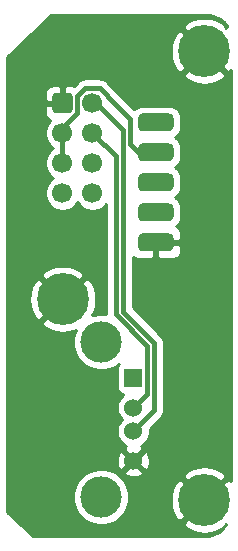
<source format=gbl>
%TF.GenerationSoftware,KiCad,Pcbnew,(5.1.8)-1*%
%TF.CreationDate,2021-04-24T14:29:12+03:00*%
%TF.ProjectId,lcd_pcb,6c63645f-7063-4622-9e6b-696361645f70,rev?*%
%TF.SameCoordinates,Original*%
%TF.FileFunction,Copper,L2,Bot*%
%TF.FilePolarity,Positive*%
%FSLAX46Y46*%
G04 Gerber Fmt 4.6, Leading zero omitted, Abs format (unit mm)*
G04 Created by KiCad (PCBNEW (5.1.8)-1) date 2021-04-24 14:29:12*
%MOMM*%
%LPD*%
G01*
G04 APERTURE LIST*
%TA.AperFunction,ComponentPad*%
%ADD10C,1.700000*%
%TD*%
%TA.AperFunction,ComponentPad*%
%ADD11C,0.700000*%
%TD*%
%TA.AperFunction,ComponentPad*%
%ADD12C,4.400000*%
%TD*%
%TA.AperFunction,ComponentPad*%
%ADD13C,3.500000*%
%TD*%
%TA.AperFunction,ComponentPad*%
%ADD14R,1.524000X1.524000*%
%TD*%
%TA.AperFunction,ComponentPad*%
%ADD15C,1.524000*%
%TD*%
%TA.AperFunction,ViaPad*%
%ADD16C,0.800000*%
%TD*%
%TA.AperFunction,Conductor*%
%ADD17C,0.400000*%
%TD*%
%TA.AperFunction,Conductor*%
%ADD18C,0.254000*%
%TD*%
%TA.AperFunction,Conductor*%
%ADD19C,0.100000*%
%TD*%
G04 APERTURE END LIST*
%TO.P,J4,1*%
%TO.N,GND*%
%TA.AperFunction,ComponentPad*%
G36*
G01*
X20446000Y-24698000D02*
X20446000Y-23498000D01*
G75*
G02*
X20696000Y-23248000I250000J0D01*
G01*
X21896000Y-23248000D01*
G75*
G02*
X22146000Y-23498000I0J-250000D01*
G01*
X22146000Y-24698000D01*
G75*
G02*
X21896000Y-24948000I-250000J0D01*
G01*
X20696000Y-24948000D01*
G75*
G02*
X20446000Y-24698000I0J250000D01*
G01*
G37*
%TD.AperFunction*%
D10*
%TO.P,J4,3*%
%TO.N,Net-(J1-Pad1)*%
X21296000Y-26638000D03*
%TO.P,J4,5*%
X21296000Y-29178000D03*
%TO.P,J4,7*%
%TO.N,/Res*%
X21296000Y-31718000D03*
%TO.P,J4,2*%
%TO.N,/DP*%
X23836000Y-24098000D03*
%TO.P,J4,4*%
%TO.N,/DM*%
X23836000Y-26638000D03*
%TO.P,J4,6*%
%TO.N,/RX*%
X23836000Y-29178000D03*
%TO.P,J4,8*%
%TO.N,/TX*%
X23836000Y-31718000D03*
%TD*%
%TO.P,J3,5*%
%TO.N,GND*%
%TA.AperFunction,ComponentPad*%
G36*
G01*
X27700000Y-36281000D02*
X27700000Y-35519000D01*
G75*
G02*
X28081000Y-35138000I381000J0D01*
G01*
X30319000Y-35138000D01*
G75*
G02*
X30700000Y-35519000I0J-381000D01*
G01*
X30700000Y-36281000D01*
G75*
G02*
X30319000Y-36662000I-381000J0D01*
G01*
X28081000Y-36662000D01*
G75*
G02*
X27700000Y-36281000I0J381000D01*
G01*
G37*
%TD.AperFunction*%
%TO.P,J3,4*%
%TO.N,/RX*%
%TA.AperFunction,ComponentPad*%
G36*
G01*
X27700000Y-33741000D02*
X27700000Y-32979000D01*
G75*
G02*
X28081000Y-32598000I381000J0D01*
G01*
X30319000Y-32598000D01*
G75*
G02*
X30700000Y-32979000I0J-381000D01*
G01*
X30700000Y-33741000D01*
G75*
G02*
X30319000Y-34122000I-381000J0D01*
G01*
X28081000Y-34122000D01*
G75*
G02*
X27700000Y-33741000I0J381000D01*
G01*
G37*
%TD.AperFunction*%
%TO.P,J3,3*%
%TO.N,/TX*%
%TA.AperFunction,ComponentPad*%
G36*
G01*
X27700000Y-31201000D02*
X27700000Y-30439000D01*
G75*
G02*
X28081000Y-30058000I381000J0D01*
G01*
X30319000Y-30058000D01*
G75*
G02*
X30700000Y-30439000I0J-381000D01*
G01*
X30700000Y-31201000D01*
G75*
G02*
X30319000Y-31582000I-381000J0D01*
G01*
X28081000Y-31582000D01*
G75*
G02*
X27700000Y-31201000I0J381000D01*
G01*
G37*
%TD.AperFunction*%
%TO.P,J3,2*%
%TO.N,Net-(J1-Pad1)*%
%TA.AperFunction,ComponentPad*%
G36*
G01*
X27700000Y-28661000D02*
X27700000Y-27899000D01*
G75*
G02*
X28081000Y-27518000I381000J0D01*
G01*
X30319000Y-27518000D01*
G75*
G02*
X30700000Y-27899000I0J-381000D01*
G01*
X30700000Y-28661000D01*
G75*
G02*
X30319000Y-29042000I-381000J0D01*
G01*
X28081000Y-29042000D01*
G75*
G02*
X27700000Y-28661000I0J381000D01*
G01*
G37*
%TD.AperFunction*%
%TO.P,J3,1*%
%TO.N,/Res*%
%TA.AperFunction,ComponentPad*%
G36*
G01*
X27700000Y-26121000D02*
X27700000Y-25359000D01*
G75*
G02*
X28081000Y-24978000I381000J0D01*
G01*
X30319000Y-24978000D01*
G75*
G02*
X30700000Y-25359000I0J-381000D01*
G01*
X30700000Y-26121000D01*
G75*
G02*
X30319000Y-26502000I-381000J0D01*
G01*
X28081000Y-26502000D01*
G75*
G02*
X27700000Y-26121000I0J381000D01*
G01*
G37*
%TD.AperFunction*%
%TD*%
D11*
%TO.P,J6,1*%
%TO.N,GND*%
X22472725Y-39551274D03*
X21305999Y-39068000D03*
X20139273Y-39551274D03*
X19655999Y-40718000D03*
X20139273Y-41884726D03*
X21305999Y-42368000D03*
X22472725Y-41884726D03*
X22955999Y-40718000D03*
D12*
X21305999Y-40718000D03*
%TD*%
D11*
%TO.P,J5,1*%
%TO.N,GND*%
X34472725Y-56551274D03*
X33305999Y-56068000D03*
X32139273Y-56551274D03*
X31655999Y-57718000D03*
X32139273Y-58884726D03*
X33305999Y-59368000D03*
X34472725Y-58884726D03*
X34955999Y-57718000D03*
D12*
X33305999Y-57718000D03*
%TD*%
D11*
%TO.P,J2,1*%
%TO.N,GND*%
X34472725Y-18551274D03*
X33305999Y-18068000D03*
X32139273Y-18551274D03*
X31655999Y-19718000D03*
X32139273Y-20884726D03*
X33305999Y-21368000D03*
X34472725Y-20884726D03*
X34955999Y-19718000D03*
D12*
X33305999Y-19718000D03*
%TD*%
D13*
%TO.P,J1,5*%
%TO.N,Net-(C1-Pad1)*%
X24586000Y-57458000D03*
X24586000Y-44318000D03*
D14*
%TO.P,J1,1*%
%TO.N,Net-(J1-Pad1)*%
X27296000Y-47388000D03*
D15*
%TO.P,J1,2*%
%TO.N,/DM*%
X27296000Y-49888000D03*
%TO.P,J1,3*%
%TO.N,/DP*%
X27296000Y-51888000D03*
%TO.P,J1,4*%
%TO.N,GND*%
X27296000Y-54388000D03*
%TD*%
D16*
%TO.N,GND*%
X24162000Y-34868000D03*
X34576000Y-23438000D03*
X31020000Y-23438000D03*
X28480000Y-21152000D03*
X25686000Y-18866000D03*
X18320000Y-50616000D03*
X23146000Y-50616000D03*
X19844000Y-58236000D03*
X28988000Y-59760000D03*
X33306000Y-53156000D03*
X33306000Y-47568000D03*
X33560000Y-41726000D03*
X21622000Y-19628000D03*
X32400000Y-26900000D03*
X32400000Y-29500000D03*
X32400000Y-32000000D03*
X32400000Y-34500000D03*
X32400000Y-37400000D03*
X17300000Y-36400000D03*
X17400000Y-29600000D03*
X17300000Y-21900000D03*
%TD*%
D17*
%TO.N,Net-(J1-Pad1)*%
X21296000Y-29178000D02*
X21296000Y-26638000D01*
X22546010Y-23537988D02*
X23235999Y-22847999D01*
X22546010Y-24967246D02*
X22546010Y-23537988D01*
X21296000Y-26217256D02*
X22546010Y-24967246D01*
X23235999Y-22847999D02*
X24436001Y-22847999D01*
X21296000Y-26638000D02*
X21296000Y-26217256D01*
X27000009Y-27580009D02*
X27700000Y-28280000D01*
X27000009Y-25412007D02*
X27000009Y-27580009D01*
X25744001Y-24155999D02*
X27000009Y-25412007D01*
X27700000Y-28280000D02*
X29200000Y-28280000D01*
X24436001Y-22847999D02*
X25744001Y-24155999D01*
%TO.N,/DM*%
X28458001Y-48725999D02*
X28458001Y-44658002D01*
X25799989Y-41999990D02*
X25799989Y-28601989D01*
X28458001Y-44658002D02*
X25799989Y-41999990D01*
X27296000Y-49888000D02*
X28458001Y-48725999D01*
X25799989Y-28601989D02*
X23836000Y-26638000D01*
%TO.N,/DP*%
X24146542Y-24098000D02*
X23836000Y-24098000D01*
X26400000Y-26351458D02*
X24146542Y-24098000D01*
X26400000Y-41751458D02*
X26400000Y-26351458D01*
X29058010Y-50125990D02*
X29058010Y-44409468D01*
X27296000Y-51888000D02*
X29058010Y-50125990D01*
X29058010Y-44409468D02*
X26400000Y-41751458D01*
%TD*%
D18*
%TO.N,GND*%
X33824708Y-16655047D02*
X34233249Y-16778393D01*
X34610044Y-16978738D01*
X34940749Y-17248456D01*
X35212769Y-17577272D01*
X35235927Y-17620102D01*
X35230108Y-17614283D01*
X35116168Y-17728223D01*
X34876023Y-17340982D01*
X34382122Y-17080359D01*
X33846866Y-16921099D01*
X33290825Y-16869322D01*
X32735367Y-16927019D01*
X32201838Y-17091972D01*
X31735975Y-17340982D01*
X31495829Y-17728225D01*
X32108027Y-18340423D01*
X31928422Y-18520028D01*
X31316224Y-17907830D01*
X30928981Y-18147976D01*
X30668358Y-18641877D01*
X30509098Y-19177133D01*
X30457321Y-19733174D01*
X30515018Y-20288632D01*
X30679971Y-20822161D01*
X30928981Y-21288024D01*
X31316224Y-21528170D01*
X31928422Y-20915972D01*
X32108027Y-21095577D01*
X31495829Y-21707775D01*
X31735975Y-22095018D01*
X32229876Y-22355641D01*
X32765132Y-22514901D01*
X33321173Y-22566678D01*
X33876631Y-22508981D01*
X34410160Y-22344028D01*
X34876023Y-22095018D01*
X35116169Y-21707775D01*
X34503971Y-21095577D01*
X34683576Y-20915972D01*
X35295774Y-21528170D01*
X35590001Y-21345707D01*
X35590000Y-56090292D01*
X35295774Y-55907830D01*
X33485604Y-57718000D01*
X33499747Y-57732143D01*
X33320142Y-57911748D01*
X33305999Y-57897605D01*
X31495829Y-59707775D01*
X31735975Y-60095018D01*
X32229876Y-60355641D01*
X32765132Y-60514901D01*
X33321173Y-60566678D01*
X33876631Y-60508981D01*
X34410160Y-60344028D01*
X34876023Y-60095018D01*
X35116168Y-59707777D01*
X35161463Y-59753072D01*
X34893459Y-60081676D01*
X34534564Y-60378579D01*
X34124845Y-60600113D01*
X33679894Y-60737849D01*
X33183705Y-60790000D01*
X18784958Y-60790000D01*
X16615999Y-58714691D01*
X16615999Y-57223098D01*
X22201000Y-57223098D01*
X22201000Y-57692902D01*
X22292654Y-58153679D01*
X22472440Y-58587721D01*
X22733450Y-58978349D01*
X23065651Y-59310550D01*
X23456279Y-59571560D01*
X23890321Y-59751346D01*
X24351098Y-59843000D01*
X24820902Y-59843000D01*
X25281679Y-59751346D01*
X25715721Y-59571560D01*
X26106349Y-59310550D01*
X26438550Y-58978349D01*
X26699560Y-58587721D01*
X26879346Y-58153679D01*
X26962989Y-57733174D01*
X30457321Y-57733174D01*
X30515018Y-58288632D01*
X30679971Y-58822161D01*
X30928981Y-59288024D01*
X31316224Y-59528170D01*
X33126394Y-57718000D01*
X31316224Y-55907830D01*
X30928981Y-56147976D01*
X30668358Y-56641877D01*
X30509098Y-57177133D01*
X30457321Y-57733174D01*
X26962989Y-57733174D01*
X26971000Y-57692902D01*
X26971000Y-57223098D01*
X26879346Y-56762321D01*
X26699560Y-56328279D01*
X26438550Y-55937651D01*
X26106349Y-55605450D01*
X25729378Y-55353565D01*
X26510040Y-55353565D01*
X26577020Y-55593656D01*
X26826048Y-55710756D01*
X27093135Y-55777023D01*
X27368017Y-55789910D01*
X27640133Y-55748922D01*
X27697571Y-55728225D01*
X31495829Y-55728225D01*
X33305999Y-57538395D01*
X35116169Y-55728225D01*
X34876023Y-55340982D01*
X34382122Y-55080359D01*
X33846866Y-54921099D01*
X33290825Y-54869322D01*
X32735367Y-54927019D01*
X32201838Y-55091972D01*
X31735975Y-55340982D01*
X31495829Y-55728225D01*
X27697571Y-55728225D01*
X27899023Y-55655636D01*
X28014980Y-55593656D01*
X28081960Y-55353565D01*
X27296000Y-54567605D01*
X26510040Y-55353565D01*
X25729378Y-55353565D01*
X25715721Y-55344440D01*
X25281679Y-55164654D01*
X24820902Y-55073000D01*
X24351098Y-55073000D01*
X23890321Y-55164654D01*
X23456279Y-55344440D01*
X23065651Y-55605450D01*
X22733450Y-55937651D01*
X22472440Y-56328279D01*
X22292654Y-56762321D01*
X22201000Y-57223098D01*
X16615999Y-57223098D01*
X16615999Y-54460017D01*
X25894090Y-54460017D01*
X25935078Y-54732133D01*
X26028364Y-54991023D01*
X26090344Y-55106980D01*
X26330435Y-55173960D01*
X27116395Y-54388000D01*
X27475605Y-54388000D01*
X28261565Y-55173960D01*
X28501656Y-55106980D01*
X28618756Y-54857952D01*
X28685023Y-54590865D01*
X28697910Y-54315983D01*
X28656922Y-54043867D01*
X28563636Y-53784977D01*
X28501656Y-53669020D01*
X28261565Y-53602040D01*
X27475605Y-54388000D01*
X27116395Y-54388000D01*
X26330435Y-53602040D01*
X26090344Y-53669020D01*
X25973244Y-53918048D01*
X25906977Y-54185135D01*
X25894090Y-54460017D01*
X16615999Y-54460017D01*
X16615999Y-42707775D01*
X19495829Y-42707775D01*
X19735975Y-43095018D01*
X20229876Y-43355641D01*
X20765132Y-43514901D01*
X21321173Y-43566678D01*
X21876631Y-43508981D01*
X22407599Y-43344820D01*
X22292654Y-43622321D01*
X22201000Y-44083098D01*
X22201000Y-44552902D01*
X22292654Y-45013679D01*
X22472440Y-45447721D01*
X22733450Y-45838349D01*
X23065651Y-46170550D01*
X23456279Y-46431560D01*
X23890321Y-46611346D01*
X24351098Y-46703000D01*
X24820902Y-46703000D01*
X25281679Y-46611346D01*
X25715721Y-46431560D01*
X26061991Y-46200189D01*
X26003463Y-46271506D01*
X25944498Y-46381820D01*
X25908188Y-46501518D01*
X25895928Y-46626000D01*
X25895928Y-48150000D01*
X25908188Y-48274482D01*
X25944498Y-48394180D01*
X26003463Y-48504494D01*
X26082815Y-48601185D01*
X26179506Y-48680537D01*
X26289820Y-48739502D01*
X26409518Y-48775812D01*
X26441292Y-48778941D01*
X26405465Y-48802880D01*
X26210880Y-48997465D01*
X26057995Y-49226273D01*
X25952686Y-49480510D01*
X25899000Y-49750408D01*
X25899000Y-50025592D01*
X25952686Y-50295490D01*
X26057995Y-50549727D01*
X26210880Y-50778535D01*
X26320345Y-50888000D01*
X26210880Y-50997465D01*
X26057995Y-51226273D01*
X25952686Y-51480510D01*
X25899000Y-51750408D01*
X25899000Y-52025592D01*
X25952686Y-52295490D01*
X26057995Y-52549727D01*
X26210880Y-52778535D01*
X26405465Y-52973120D01*
X26634273Y-53126005D01*
X26661401Y-53137242D01*
X26577020Y-53182344D01*
X26510040Y-53422435D01*
X27296000Y-54208395D01*
X28081960Y-53422435D01*
X28014980Y-53182344D01*
X27924467Y-53139782D01*
X27957727Y-53126005D01*
X28186535Y-52973120D01*
X28381120Y-52778535D01*
X28534005Y-52549727D01*
X28639314Y-52295490D01*
X28693000Y-52025592D01*
X28693000Y-51750408D01*
X28679969Y-51684898D01*
X29619438Y-50745430D01*
X29651301Y-50719281D01*
X29755646Y-50592136D01*
X29833182Y-50447077D01*
X29880928Y-50289679D01*
X29893010Y-50167009D01*
X29893010Y-50166999D01*
X29897049Y-50125991D01*
X29893010Y-50084983D01*
X29893010Y-44450486D01*
X29897050Y-44409468D01*
X29880928Y-44245779D01*
X29833182Y-44088381D01*
X29755646Y-43943322D01*
X29677449Y-43848038D01*
X29677447Y-43848036D01*
X29651301Y-43816177D01*
X29619442Y-43790031D01*
X27235000Y-41405591D01*
X27235000Y-37096351D01*
X27248815Y-37113185D01*
X27345506Y-37192537D01*
X27455820Y-37251502D01*
X27575518Y-37287812D01*
X27700000Y-37300072D01*
X28914250Y-37297000D01*
X29073000Y-37138250D01*
X29073000Y-36027000D01*
X29327000Y-36027000D01*
X29327000Y-37138250D01*
X29485750Y-37297000D01*
X30700000Y-37300072D01*
X30824482Y-37287812D01*
X30944180Y-37251502D01*
X31054494Y-37192537D01*
X31151185Y-37113185D01*
X31230537Y-37016494D01*
X31289502Y-36906180D01*
X31325812Y-36786482D01*
X31338072Y-36662000D01*
X31335000Y-36185750D01*
X31176250Y-36027000D01*
X29327000Y-36027000D01*
X29073000Y-36027000D01*
X29053000Y-36027000D01*
X29053000Y-35773000D01*
X29073000Y-35773000D01*
X29073000Y-35753000D01*
X29327000Y-35753000D01*
X29327000Y-35773000D01*
X31176250Y-35773000D01*
X31335000Y-35614250D01*
X31338072Y-35138000D01*
X31325812Y-35013518D01*
X31289502Y-34893820D01*
X31230537Y-34783506D01*
X31151185Y-34686815D01*
X31054494Y-34607463D01*
X30944180Y-34548498D01*
X30936527Y-34546176D01*
X31039593Y-34461593D01*
X31166327Y-34307166D01*
X31260500Y-34130982D01*
X31318491Y-33939811D01*
X31338072Y-33741000D01*
X31338072Y-32979000D01*
X31318491Y-32780189D01*
X31260500Y-32589018D01*
X31166327Y-32412834D01*
X31039593Y-32258407D01*
X30885166Y-32131673D01*
X30807202Y-32090000D01*
X30885166Y-32048327D01*
X31039593Y-31921593D01*
X31166327Y-31767166D01*
X31260500Y-31590982D01*
X31318491Y-31399811D01*
X31338072Y-31201000D01*
X31338072Y-30439000D01*
X31318491Y-30240189D01*
X31260500Y-30049018D01*
X31166327Y-29872834D01*
X31039593Y-29718407D01*
X30885166Y-29591673D01*
X30807202Y-29550000D01*
X30885166Y-29508327D01*
X31039593Y-29381593D01*
X31166327Y-29227166D01*
X31260500Y-29050982D01*
X31318491Y-28859811D01*
X31338072Y-28661000D01*
X31338072Y-27899000D01*
X31318491Y-27700189D01*
X31260500Y-27509018D01*
X31166327Y-27332834D01*
X31039593Y-27178407D01*
X30885166Y-27051673D01*
X30807202Y-27010000D01*
X30885166Y-26968327D01*
X31039593Y-26841593D01*
X31166327Y-26687166D01*
X31260500Y-26510982D01*
X31318491Y-26319811D01*
X31338072Y-26121000D01*
X31338072Y-25359000D01*
X31318491Y-25160189D01*
X31260500Y-24969018D01*
X31166327Y-24792834D01*
X31039593Y-24638407D01*
X30885166Y-24511673D01*
X30708982Y-24417500D01*
X30517811Y-24359509D01*
X30319000Y-24339928D01*
X28081000Y-24339928D01*
X27882189Y-24359509D01*
X27691018Y-24417500D01*
X27514834Y-24511673D01*
X27386151Y-24617280D01*
X26363443Y-23594574D01*
X26363439Y-23594569D01*
X25055447Y-22286578D01*
X25029292Y-22254708D01*
X24902147Y-22150363D01*
X24757088Y-22072827D01*
X24599690Y-22025081D01*
X24477020Y-22012999D01*
X24477019Y-22012999D01*
X24436001Y-22008959D01*
X24394983Y-22012999D01*
X23277017Y-22012999D01*
X23235999Y-22008959D01*
X23194980Y-22012999D01*
X23072310Y-22025081D01*
X22914912Y-22072827D01*
X22769853Y-22150363D01*
X22642708Y-22254708D01*
X22616562Y-22286568D01*
X22278508Y-22624623D01*
X22270482Y-22622188D01*
X22146000Y-22609928D01*
X21581750Y-22613000D01*
X21423000Y-22771750D01*
X21423000Y-23971000D01*
X21443000Y-23971000D01*
X21443000Y-24225000D01*
X21423000Y-24225000D01*
X21423000Y-24245000D01*
X21169000Y-24245000D01*
X21169000Y-24225000D01*
X19969750Y-24225000D01*
X19811000Y-24383750D01*
X19807928Y-24948000D01*
X19820188Y-25072482D01*
X19856498Y-25192180D01*
X19915463Y-25302494D01*
X19994815Y-25399185D01*
X20091506Y-25478537D01*
X20201820Y-25537502D01*
X20274380Y-25559513D01*
X20142525Y-25691368D01*
X19980010Y-25934589D01*
X19868068Y-26204842D01*
X19811000Y-26491740D01*
X19811000Y-26784260D01*
X19868068Y-27071158D01*
X19980010Y-27341411D01*
X20142525Y-27584632D01*
X20349368Y-27791475D01*
X20461001Y-27866065D01*
X20461000Y-27949935D01*
X20349368Y-28024525D01*
X20142525Y-28231368D01*
X19980010Y-28474589D01*
X19868068Y-28744842D01*
X19811000Y-29031740D01*
X19811000Y-29324260D01*
X19868068Y-29611158D01*
X19980010Y-29881411D01*
X20142525Y-30124632D01*
X20349368Y-30331475D01*
X20523760Y-30448000D01*
X20349368Y-30564525D01*
X20142525Y-30771368D01*
X19980010Y-31014589D01*
X19868068Y-31284842D01*
X19811000Y-31571740D01*
X19811000Y-31864260D01*
X19868068Y-32151158D01*
X19980010Y-32421411D01*
X20142525Y-32664632D01*
X20349368Y-32871475D01*
X20592589Y-33033990D01*
X20862842Y-33145932D01*
X21149740Y-33203000D01*
X21442260Y-33203000D01*
X21729158Y-33145932D01*
X21999411Y-33033990D01*
X22242632Y-32871475D01*
X22449475Y-32664632D01*
X22566000Y-32490240D01*
X22682525Y-32664632D01*
X22889368Y-32871475D01*
X23132589Y-33033990D01*
X23402842Y-33145932D01*
X23689740Y-33203000D01*
X23982260Y-33203000D01*
X24269158Y-33145932D01*
X24539411Y-33033990D01*
X24782632Y-32871475D01*
X24964990Y-32689117D01*
X24964989Y-41958971D01*
X24964729Y-41961609D01*
X24820902Y-41933000D01*
X24351098Y-41933000D01*
X23890321Y-42024654D01*
X23802881Y-42060873D01*
X23943640Y-41794123D01*
X24102900Y-41258867D01*
X24154677Y-40702826D01*
X24096980Y-40147368D01*
X23932027Y-39613839D01*
X23683017Y-39147976D01*
X23295774Y-38907830D01*
X21485604Y-40718000D01*
X21499747Y-40732143D01*
X21320142Y-40911748D01*
X21305999Y-40897605D01*
X19495829Y-42707775D01*
X16615999Y-42707775D01*
X16615999Y-40733174D01*
X18457321Y-40733174D01*
X18515018Y-41288632D01*
X18679971Y-41822161D01*
X18928981Y-42288024D01*
X19316224Y-42528170D01*
X21126394Y-40718000D01*
X19316224Y-38907830D01*
X18928981Y-39147976D01*
X18668358Y-39641877D01*
X18509098Y-40177133D01*
X18457321Y-40733174D01*
X16615999Y-40733174D01*
X16615999Y-38728225D01*
X19495829Y-38728225D01*
X21305999Y-40538395D01*
X23116169Y-38728225D01*
X22876023Y-38340982D01*
X22382122Y-38080359D01*
X21846866Y-37921099D01*
X21290825Y-37869322D01*
X20735367Y-37927019D01*
X20201838Y-38091972D01*
X19735975Y-38340982D01*
X19495829Y-38728225D01*
X16615999Y-38728225D01*
X16615999Y-23248000D01*
X19807928Y-23248000D01*
X19811000Y-23812250D01*
X19969750Y-23971000D01*
X21169000Y-23971000D01*
X21169000Y-22771750D01*
X21010250Y-22613000D01*
X20446000Y-22609928D01*
X20321518Y-22622188D01*
X20201820Y-22658498D01*
X20091506Y-22717463D01*
X19994815Y-22796815D01*
X19915463Y-22893506D01*
X19856498Y-23003820D01*
X19820188Y-23123518D01*
X19807928Y-23248000D01*
X16615999Y-23248000D01*
X16615999Y-20215994D01*
X20290203Y-16610000D01*
X33365280Y-16610000D01*
X33824708Y-16655047D01*
%TA.AperFunction,Conductor*%
D19*
G36*
X33824708Y-16655047D02*
G01*
X34233249Y-16778393D01*
X34610044Y-16978738D01*
X34940749Y-17248456D01*
X35212769Y-17577272D01*
X35235927Y-17620102D01*
X35230108Y-17614283D01*
X35116168Y-17728223D01*
X34876023Y-17340982D01*
X34382122Y-17080359D01*
X33846866Y-16921099D01*
X33290825Y-16869322D01*
X32735367Y-16927019D01*
X32201838Y-17091972D01*
X31735975Y-17340982D01*
X31495829Y-17728225D01*
X32108027Y-18340423D01*
X31928422Y-18520028D01*
X31316224Y-17907830D01*
X30928981Y-18147976D01*
X30668358Y-18641877D01*
X30509098Y-19177133D01*
X30457321Y-19733174D01*
X30515018Y-20288632D01*
X30679971Y-20822161D01*
X30928981Y-21288024D01*
X31316224Y-21528170D01*
X31928422Y-20915972D01*
X32108027Y-21095577D01*
X31495829Y-21707775D01*
X31735975Y-22095018D01*
X32229876Y-22355641D01*
X32765132Y-22514901D01*
X33321173Y-22566678D01*
X33876631Y-22508981D01*
X34410160Y-22344028D01*
X34876023Y-22095018D01*
X35116169Y-21707775D01*
X34503971Y-21095577D01*
X34683576Y-20915972D01*
X35295774Y-21528170D01*
X35590001Y-21345707D01*
X35590000Y-56090292D01*
X35295774Y-55907830D01*
X33485604Y-57718000D01*
X33499747Y-57732143D01*
X33320142Y-57911748D01*
X33305999Y-57897605D01*
X31495829Y-59707775D01*
X31735975Y-60095018D01*
X32229876Y-60355641D01*
X32765132Y-60514901D01*
X33321173Y-60566678D01*
X33876631Y-60508981D01*
X34410160Y-60344028D01*
X34876023Y-60095018D01*
X35116168Y-59707777D01*
X35161463Y-59753072D01*
X34893459Y-60081676D01*
X34534564Y-60378579D01*
X34124845Y-60600113D01*
X33679894Y-60737849D01*
X33183705Y-60790000D01*
X18784958Y-60790000D01*
X16615999Y-58714691D01*
X16615999Y-57223098D01*
X22201000Y-57223098D01*
X22201000Y-57692902D01*
X22292654Y-58153679D01*
X22472440Y-58587721D01*
X22733450Y-58978349D01*
X23065651Y-59310550D01*
X23456279Y-59571560D01*
X23890321Y-59751346D01*
X24351098Y-59843000D01*
X24820902Y-59843000D01*
X25281679Y-59751346D01*
X25715721Y-59571560D01*
X26106349Y-59310550D01*
X26438550Y-58978349D01*
X26699560Y-58587721D01*
X26879346Y-58153679D01*
X26962989Y-57733174D01*
X30457321Y-57733174D01*
X30515018Y-58288632D01*
X30679971Y-58822161D01*
X30928981Y-59288024D01*
X31316224Y-59528170D01*
X33126394Y-57718000D01*
X31316224Y-55907830D01*
X30928981Y-56147976D01*
X30668358Y-56641877D01*
X30509098Y-57177133D01*
X30457321Y-57733174D01*
X26962989Y-57733174D01*
X26971000Y-57692902D01*
X26971000Y-57223098D01*
X26879346Y-56762321D01*
X26699560Y-56328279D01*
X26438550Y-55937651D01*
X26106349Y-55605450D01*
X25729378Y-55353565D01*
X26510040Y-55353565D01*
X26577020Y-55593656D01*
X26826048Y-55710756D01*
X27093135Y-55777023D01*
X27368017Y-55789910D01*
X27640133Y-55748922D01*
X27697571Y-55728225D01*
X31495829Y-55728225D01*
X33305999Y-57538395D01*
X35116169Y-55728225D01*
X34876023Y-55340982D01*
X34382122Y-55080359D01*
X33846866Y-54921099D01*
X33290825Y-54869322D01*
X32735367Y-54927019D01*
X32201838Y-55091972D01*
X31735975Y-55340982D01*
X31495829Y-55728225D01*
X27697571Y-55728225D01*
X27899023Y-55655636D01*
X28014980Y-55593656D01*
X28081960Y-55353565D01*
X27296000Y-54567605D01*
X26510040Y-55353565D01*
X25729378Y-55353565D01*
X25715721Y-55344440D01*
X25281679Y-55164654D01*
X24820902Y-55073000D01*
X24351098Y-55073000D01*
X23890321Y-55164654D01*
X23456279Y-55344440D01*
X23065651Y-55605450D01*
X22733450Y-55937651D01*
X22472440Y-56328279D01*
X22292654Y-56762321D01*
X22201000Y-57223098D01*
X16615999Y-57223098D01*
X16615999Y-54460017D01*
X25894090Y-54460017D01*
X25935078Y-54732133D01*
X26028364Y-54991023D01*
X26090344Y-55106980D01*
X26330435Y-55173960D01*
X27116395Y-54388000D01*
X27475605Y-54388000D01*
X28261565Y-55173960D01*
X28501656Y-55106980D01*
X28618756Y-54857952D01*
X28685023Y-54590865D01*
X28697910Y-54315983D01*
X28656922Y-54043867D01*
X28563636Y-53784977D01*
X28501656Y-53669020D01*
X28261565Y-53602040D01*
X27475605Y-54388000D01*
X27116395Y-54388000D01*
X26330435Y-53602040D01*
X26090344Y-53669020D01*
X25973244Y-53918048D01*
X25906977Y-54185135D01*
X25894090Y-54460017D01*
X16615999Y-54460017D01*
X16615999Y-42707775D01*
X19495829Y-42707775D01*
X19735975Y-43095018D01*
X20229876Y-43355641D01*
X20765132Y-43514901D01*
X21321173Y-43566678D01*
X21876631Y-43508981D01*
X22407599Y-43344820D01*
X22292654Y-43622321D01*
X22201000Y-44083098D01*
X22201000Y-44552902D01*
X22292654Y-45013679D01*
X22472440Y-45447721D01*
X22733450Y-45838349D01*
X23065651Y-46170550D01*
X23456279Y-46431560D01*
X23890321Y-46611346D01*
X24351098Y-46703000D01*
X24820902Y-46703000D01*
X25281679Y-46611346D01*
X25715721Y-46431560D01*
X26061991Y-46200189D01*
X26003463Y-46271506D01*
X25944498Y-46381820D01*
X25908188Y-46501518D01*
X25895928Y-46626000D01*
X25895928Y-48150000D01*
X25908188Y-48274482D01*
X25944498Y-48394180D01*
X26003463Y-48504494D01*
X26082815Y-48601185D01*
X26179506Y-48680537D01*
X26289820Y-48739502D01*
X26409518Y-48775812D01*
X26441292Y-48778941D01*
X26405465Y-48802880D01*
X26210880Y-48997465D01*
X26057995Y-49226273D01*
X25952686Y-49480510D01*
X25899000Y-49750408D01*
X25899000Y-50025592D01*
X25952686Y-50295490D01*
X26057995Y-50549727D01*
X26210880Y-50778535D01*
X26320345Y-50888000D01*
X26210880Y-50997465D01*
X26057995Y-51226273D01*
X25952686Y-51480510D01*
X25899000Y-51750408D01*
X25899000Y-52025592D01*
X25952686Y-52295490D01*
X26057995Y-52549727D01*
X26210880Y-52778535D01*
X26405465Y-52973120D01*
X26634273Y-53126005D01*
X26661401Y-53137242D01*
X26577020Y-53182344D01*
X26510040Y-53422435D01*
X27296000Y-54208395D01*
X28081960Y-53422435D01*
X28014980Y-53182344D01*
X27924467Y-53139782D01*
X27957727Y-53126005D01*
X28186535Y-52973120D01*
X28381120Y-52778535D01*
X28534005Y-52549727D01*
X28639314Y-52295490D01*
X28693000Y-52025592D01*
X28693000Y-51750408D01*
X28679969Y-51684898D01*
X29619438Y-50745430D01*
X29651301Y-50719281D01*
X29755646Y-50592136D01*
X29833182Y-50447077D01*
X29880928Y-50289679D01*
X29893010Y-50167009D01*
X29893010Y-50166999D01*
X29897049Y-50125991D01*
X29893010Y-50084983D01*
X29893010Y-44450486D01*
X29897050Y-44409468D01*
X29880928Y-44245779D01*
X29833182Y-44088381D01*
X29755646Y-43943322D01*
X29677449Y-43848038D01*
X29677447Y-43848036D01*
X29651301Y-43816177D01*
X29619442Y-43790031D01*
X27235000Y-41405591D01*
X27235000Y-37096351D01*
X27248815Y-37113185D01*
X27345506Y-37192537D01*
X27455820Y-37251502D01*
X27575518Y-37287812D01*
X27700000Y-37300072D01*
X28914250Y-37297000D01*
X29073000Y-37138250D01*
X29073000Y-36027000D01*
X29327000Y-36027000D01*
X29327000Y-37138250D01*
X29485750Y-37297000D01*
X30700000Y-37300072D01*
X30824482Y-37287812D01*
X30944180Y-37251502D01*
X31054494Y-37192537D01*
X31151185Y-37113185D01*
X31230537Y-37016494D01*
X31289502Y-36906180D01*
X31325812Y-36786482D01*
X31338072Y-36662000D01*
X31335000Y-36185750D01*
X31176250Y-36027000D01*
X29327000Y-36027000D01*
X29073000Y-36027000D01*
X29053000Y-36027000D01*
X29053000Y-35773000D01*
X29073000Y-35773000D01*
X29073000Y-35753000D01*
X29327000Y-35753000D01*
X29327000Y-35773000D01*
X31176250Y-35773000D01*
X31335000Y-35614250D01*
X31338072Y-35138000D01*
X31325812Y-35013518D01*
X31289502Y-34893820D01*
X31230537Y-34783506D01*
X31151185Y-34686815D01*
X31054494Y-34607463D01*
X30944180Y-34548498D01*
X30936527Y-34546176D01*
X31039593Y-34461593D01*
X31166327Y-34307166D01*
X31260500Y-34130982D01*
X31318491Y-33939811D01*
X31338072Y-33741000D01*
X31338072Y-32979000D01*
X31318491Y-32780189D01*
X31260500Y-32589018D01*
X31166327Y-32412834D01*
X31039593Y-32258407D01*
X30885166Y-32131673D01*
X30807202Y-32090000D01*
X30885166Y-32048327D01*
X31039593Y-31921593D01*
X31166327Y-31767166D01*
X31260500Y-31590982D01*
X31318491Y-31399811D01*
X31338072Y-31201000D01*
X31338072Y-30439000D01*
X31318491Y-30240189D01*
X31260500Y-30049018D01*
X31166327Y-29872834D01*
X31039593Y-29718407D01*
X30885166Y-29591673D01*
X30807202Y-29550000D01*
X30885166Y-29508327D01*
X31039593Y-29381593D01*
X31166327Y-29227166D01*
X31260500Y-29050982D01*
X31318491Y-28859811D01*
X31338072Y-28661000D01*
X31338072Y-27899000D01*
X31318491Y-27700189D01*
X31260500Y-27509018D01*
X31166327Y-27332834D01*
X31039593Y-27178407D01*
X30885166Y-27051673D01*
X30807202Y-27010000D01*
X30885166Y-26968327D01*
X31039593Y-26841593D01*
X31166327Y-26687166D01*
X31260500Y-26510982D01*
X31318491Y-26319811D01*
X31338072Y-26121000D01*
X31338072Y-25359000D01*
X31318491Y-25160189D01*
X31260500Y-24969018D01*
X31166327Y-24792834D01*
X31039593Y-24638407D01*
X30885166Y-24511673D01*
X30708982Y-24417500D01*
X30517811Y-24359509D01*
X30319000Y-24339928D01*
X28081000Y-24339928D01*
X27882189Y-24359509D01*
X27691018Y-24417500D01*
X27514834Y-24511673D01*
X27386151Y-24617280D01*
X26363443Y-23594574D01*
X26363439Y-23594569D01*
X25055447Y-22286578D01*
X25029292Y-22254708D01*
X24902147Y-22150363D01*
X24757088Y-22072827D01*
X24599690Y-22025081D01*
X24477020Y-22012999D01*
X24477019Y-22012999D01*
X24436001Y-22008959D01*
X24394983Y-22012999D01*
X23277017Y-22012999D01*
X23235999Y-22008959D01*
X23194980Y-22012999D01*
X23072310Y-22025081D01*
X22914912Y-22072827D01*
X22769853Y-22150363D01*
X22642708Y-22254708D01*
X22616562Y-22286568D01*
X22278508Y-22624623D01*
X22270482Y-22622188D01*
X22146000Y-22609928D01*
X21581750Y-22613000D01*
X21423000Y-22771750D01*
X21423000Y-23971000D01*
X21443000Y-23971000D01*
X21443000Y-24225000D01*
X21423000Y-24225000D01*
X21423000Y-24245000D01*
X21169000Y-24245000D01*
X21169000Y-24225000D01*
X19969750Y-24225000D01*
X19811000Y-24383750D01*
X19807928Y-24948000D01*
X19820188Y-25072482D01*
X19856498Y-25192180D01*
X19915463Y-25302494D01*
X19994815Y-25399185D01*
X20091506Y-25478537D01*
X20201820Y-25537502D01*
X20274380Y-25559513D01*
X20142525Y-25691368D01*
X19980010Y-25934589D01*
X19868068Y-26204842D01*
X19811000Y-26491740D01*
X19811000Y-26784260D01*
X19868068Y-27071158D01*
X19980010Y-27341411D01*
X20142525Y-27584632D01*
X20349368Y-27791475D01*
X20461001Y-27866065D01*
X20461000Y-27949935D01*
X20349368Y-28024525D01*
X20142525Y-28231368D01*
X19980010Y-28474589D01*
X19868068Y-28744842D01*
X19811000Y-29031740D01*
X19811000Y-29324260D01*
X19868068Y-29611158D01*
X19980010Y-29881411D01*
X20142525Y-30124632D01*
X20349368Y-30331475D01*
X20523760Y-30448000D01*
X20349368Y-30564525D01*
X20142525Y-30771368D01*
X19980010Y-31014589D01*
X19868068Y-31284842D01*
X19811000Y-31571740D01*
X19811000Y-31864260D01*
X19868068Y-32151158D01*
X19980010Y-32421411D01*
X20142525Y-32664632D01*
X20349368Y-32871475D01*
X20592589Y-33033990D01*
X20862842Y-33145932D01*
X21149740Y-33203000D01*
X21442260Y-33203000D01*
X21729158Y-33145932D01*
X21999411Y-33033990D01*
X22242632Y-32871475D01*
X22449475Y-32664632D01*
X22566000Y-32490240D01*
X22682525Y-32664632D01*
X22889368Y-32871475D01*
X23132589Y-33033990D01*
X23402842Y-33145932D01*
X23689740Y-33203000D01*
X23982260Y-33203000D01*
X24269158Y-33145932D01*
X24539411Y-33033990D01*
X24782632Y-32871475D01*
X24964990Y-32689117D01*
X24964989Y-41958971D01*
X24964729Y-41961609D01*
X24820902Y-41933000D01*
X24351098Y-41933000D01*
X23890321Y-42024654D01*
X23802881Y-42060873D01*
X23943640Y-41794123D01*
X24102900Y-41258867D01*
X24154677Y-40702826D01*
X24096980Y-40147368D01*
X23932027Y-39613839D01*
X23683017Y-39147976D01*
X23295774Y-38907830D01*
X21485604Y-40718000D01*
X21499747Y-40732143D01*
X21320142Y-40911748D01*
X21305999Y-40897605D01*
X19495829Y-42707775D01*
X16615999Y-42707775D01*
X16615999Y-40733174D01*
X18457321Y-40733174D01*
X18515018Y-41288632D01*
X18679971Y-41822161D01*
X18928981Y-42288024D01*
X19316224Y-42528170D01*
X21126394Y-40718000D01*
X19316224Y-38907830D01*
X18928981Y-39147976D01*
X18668358Y-39641877D01*
X18509098Y-40177133D01*
X18457321Y-40733174D01*
X16615999Y-40733174D01*
X16615999Y-38728225D01*
X19495829Y-38728225D01*
X21305999Y-40538395D01*
X23116169Y-38728225D01*
X22876023Y-38340982D01*
X22382122Y-38080359D01*
X21846866Y-37921099D01*
X21290825Y-37869322D01*
X20735367Y-37927019D01*
X20201838Y-38091972D01*
X19735975Y-38340982D01*
X19495829Y-38728225D01*
X16615999Y-38728225D01*
X16615999Y-23248000D01*
X19807928Y-23248000D01*
X19811000Y-23812250D01*
X19969750Y-23971000D01*
X21169000Y-23971000D01*
X21169000Y-22771750D01*
X21010250Y-22613000D01*
X20446000Y-22609928D01*
X20321518Y-22622188D01*
X20201820Y-22658498D01*
X20091506Y-22717463D01*
X19994815Y-22796815D01*
X19915463Y-22893506D01*
X19856498Y-23003820D01*
X19820188Y-23123518D01*
X19807928Y-23248000D01*
X16615999Y-23248000D01*
X16615999Y-20215994D01*
X20290203Y-16610000D01*
X33365280Y-16610000D01*
X33824708Y-16655047D01*
G37*
%TD.AperFunction*%
D18*
X33305999Y-19538395D02*
X33320142Y-19524253D01*
X33499747Y-19703858D01*
X33485604Y-19718000D01*
X33655660Y-19888056D01*
X33649948Y-19901845D01*
X33607473Y-19965413D01*
X33553412Y-20019474D01*
X33489844Y-20061949D01*
X33476055Y-20067661D01*
X33305999Y-19897605D01*
X33135943Y-20067661D01*
X33122154Y-20061949D01*
X33058586Y-20019474D01*
X33004525Y-19965413D01*
X32962050Y-19901845D01*
X32956338Y-19888056D01*
X33126394Y-19718000D01*
X32956338Y-19547944D01*
X32962050Y-19534155D01*
X33004525Y-19470587D01*
X33058586Y-19416526D01*
X33122154Y-19374051D01*
X33135943Y-19368339D01*
X33305999Y-19538395D01*
%TA.AperFunction,Conductor*%
D19*
G36*
X33305999Y-19538395D02*
G01*
X33320142Y-19524253D01*
X33499747Y-19703858D01*
X33485604Y-19718000D01*
X33655660Y-19888056D01*
X33649948Y-19901845D01*
X33607473Y-19965413D01*
X33553412Y-20019474D01*
X33489844Y-20061949D01*
X33476055Y-20067661D01*
X33305999Y-19897605D01*
X33135943Y-20067661D01*
X33122154Y-20061949D01*
X33058586Y-20019474D01*
X33004525Y-19965413D01*
X32962050Y-19901845D01*
X32956338Y-19888056D01*
X33126394Y-19718000D01*
X32956338Y-19547944D01*
X32962050Y-19534155D01*
X33004525Y-19470587D01*
X33058586Y-19416526D01*
X33122154Y-19374051D01*
X33135943Y-19368339D01*
X33305999Y-19538395D01*
G37*
%TD.AperFunction*%
%TD*%
M02*

</source>
